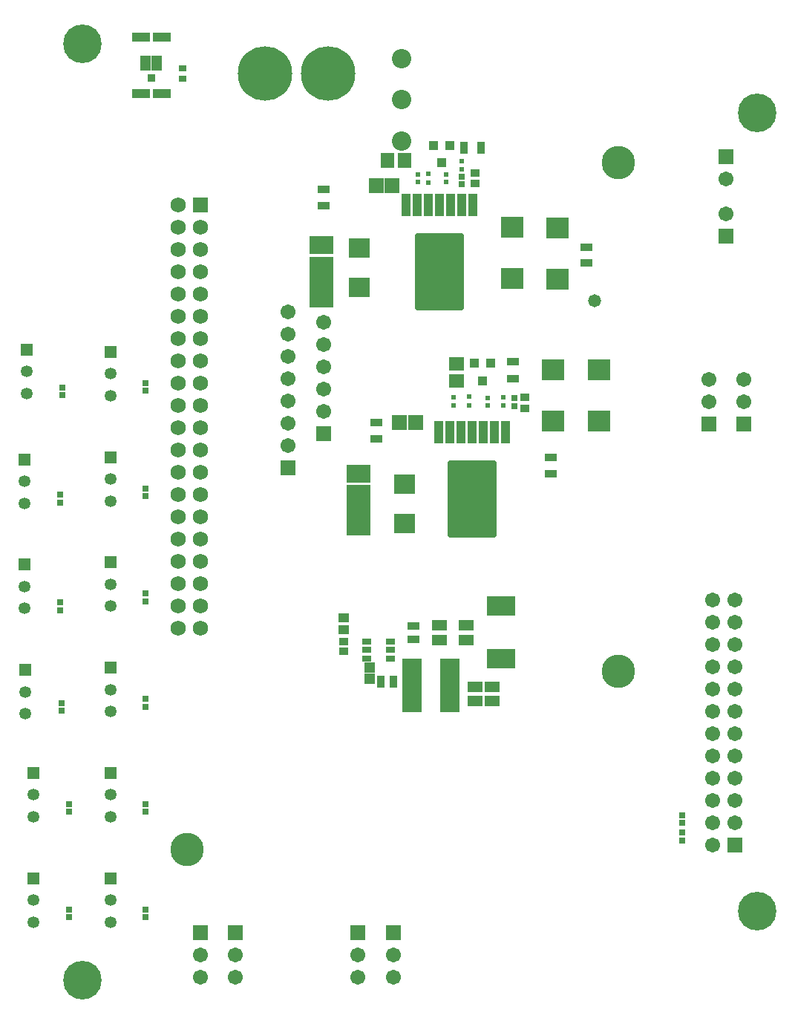
<source format=gts>
G04*
G04 #@! TF.GenerationSoftware,Altium Limited,Altium Designer,21.2.2 (38)*
G04*
G04 Layer_Color=8388736*
%FSLAX25Y25*%
%MOIN*%
G70*
G04*
G04 #@! TF.SameCoordinates,CEF95F07-8C43-49F3-AA8E-E0B24A2A1908*
G04*
G04*
G04 #@! TF.FilePolarity,Negative*
G04*
G01*
G75*
%ADD18R,0.05512X0.03740*%
%ADD20R,0.02362X0.02362*%
%ADD21R,0.02254X0.02237*%
%ADD23R,0.03740X0.05709*%
%ADD24R,0.01860X0.01843*%
%ADD26R,0.11102X0.07953*%
%ADD27R,0.11102X0.22913*%
%ADD32R,0.05709X0.03740*%
G04:AMPARAMS|DCode=41|XSize=43.31mil|YSize=23.62mil|CornerRadius=2.01mil|HoleSize=0mil|Usage=FLASHONLY|Rotation=180.000|XOffset=0mil|YOffset=0mil|HoleType=Round|Shape=RoundedRectangle|*
%AMROUNDEDRECTD41*
21,1,0.04331,0.01961,0,0,180.0*
21,1,0.03929,0.02362,0,0,180.0*
1,1,0.00402,-0.01965,0.00980*
1,1,0.00402,0.01965,0.00980*
1,1,0.00402,0.01965,-0.00980*
1,1,0.00402,-0.01965,-0.00980*
%
%ADD41ROUNDEDRECTD41*%
%ADD42R,0.03394X0.02985*%
%ADD43R,0.05315X0.03740*%
%ADD44R,0.03740X0.05315*%
G04:AMPARAMS|DCode=46|XSize=218.63mil|YSize=344.22mil|CornerRadius=6.11mil|HoleSize=0mil|Usage=FLASHONLY|Rotation=0.000|XOffset=0mil|YOffset=0mil|HoleType=Round|Shape=RoundedRectangle|*
%AMROUNDEDRECTD46*
21,1,0.21863,0.33201,0,0,0.0*
21,1,0.20642,0.34422,0,0,0.0*
1,1,0.01221,0.10321,-0.16600*
1,1,0.01221,-0.10321,-0.16600*
1,1,0.01221,-0.10321,0.16600*
1,1,0.01221,0.10321,0.16600*
%
%ADD46ROUNDEDRECTD46*%
G04:AMPARAMS|DCode=47|XSize=43.04mil|YSize=102.88mil|CornerRadius=5.93mil|HoleSize=0mil|Usage=FLASHONLY|Rotation=0.000|XOffset=0mil|YOffset=0mil|HoleType=Round|Shape=RoundedRectangle|*
%AMROUNDEDRECTD47*
21,1,0.04304,0.09103,0,0,0.0*
21,1,0.03118,0.10288,0,0,0.0*
1,1,0.01185,0.01559,-0.04551*
1,1,0.01185,-0.01559,-0.04551*
1,1,0.01185,-0.01559,0.04551*
1,1,0.01185,0.01559,0.04551*
%
%ADD47ROUNDEDRECTD47*%
%ADD48R,0.10052X0.09461*%
%ADD49R,0.06115X0.06902*%
%ADD50R,0.02965X0.02965*%
%ADD51R,0.03950X0.04343*%
%ADD52R,0.09461X0.08871*%
%ADD53R,0.06706X0.06902*%
%ADD54R,0.04343X0.03753*%
%ADD55R,0.06902X0.06115*%
%ADD56R,0.12611X0.08674*%
%ADD57R,0.08713X0.24422*%
%ADD58R,0.04540X0.03950*%
%ADD59R,0.04147X0.03556*%
%ADD60R,0.04737X0.05131*%
%ADD61R,0.08083X0.04343*%
%ADD62R,0.03753X0.03753*%
%ADD63R,0.04934X0.06509*%
%ADD64R,0.06587X0.04619*%
%ADD65C,0.05315*%
%ADD66R,0.05315X0.05315*%
%ADD67R,0.06706X0.06706*%
%ADD68C,0.06706*%
%ADD69R,0.06800X0.06800*%
%ADD70C,0.06800*%
%ADD71C,0.08674*%
%ADD72C,0.24422*%
%ADD73C,0.14973*%
%ADD74C,0.17323*%
%ADD75C,0.05800*%
D18*
X175591Y257382D02*
D03*
Y264665D02*
D03*
X151811Y361988D02*
D03*
Y369272D02*
D03*
X269921Y343386D02*
D03*
Y336102D02*
D03*
X253937Y241634D02*
D03*
Y248917D02*
D03*
D20*
X199055Y376260D02*
D03*
Y372126D02*
D03*
X217323Y276279D02*
D03*
Y272146D02*
D03*
D21*
X194134Y372413D02*
D03*
Y375973D02*
D03*
X213819Y381878D02*
D03*
Y378318D02*
D03*
X210236Y272342D02*
D03*
Y275903D02*
D03*
X232677Y272342D02*
D03*
Y275903D02*
D03*
D23*
X214902Y387972D02*
D03*
X222579D02*
D03*
D24*
X206929Y375776D02*
D03*
Y372610D02*
D03*
X225590Y272342D02*
D03*
Y275509D02*
D03*
D26*
X150827Y344173D02*
D03*
X167717Y241634D02*
D03*
D27*
X150827Y327638D02*
D03*
X167717Y225098D02*
D03*
D32*
X237008Y291831D02*
D03*
Y284154D02*
D03*
D41*
X171181Y158661D02*
D03*
Y162402D02*
D03*
Y166142D02*
D03*
X181811D02*
D03*
Y162402D02*
D03*
Y158661D02*
D03*
D42*
X88583Y418791D02*
D03*
Y423728D02*
D03*
D43*
X192244Y173228D02*
D03*
Y167323D02*
D03*
D44*
X177480Y148228D02*
D03*
X183386D02*
D03*
D46*
X218504Y230217D02*
D03*
X203976Y332165D02*
D03*
D47*
X203504Y260256D02*
D03*
X208504D02*
D03*
X213504D02*
D03*
X218504D02*
D03*
X223504D02*
D03*
X228504D02*
D03*
X233504D02*
D03*
X188976Y362205D02*
D03*
X193976D02*
D03*
X198976D02*
D03*
X203976D02*
D03*
X208976D02*
D03*
X213976D02*
D03*
X218976D02*
D03*
D48*
X236457Y329213D02*
D03*
Y352244D02*
D03*
X256890Y351772D02*
D03*
Y328740D02*
D03*
X254724Y288287D02*
D03*
Y265256D02*
D03*
X275394Y288287D02*
D03*
Y265256D02*
D03*
D49*
X188130Y382067D02*
D03*
X180453D02*
D03*
D50*
X213819Y371437D02*
D03*
Y374980D02*
D03*
X34342Y138673D02*
D03*
Y135130D02*
D03*
X237402Y275492D02*
D03*
Y271949D02*
D03*
X34449Y276772D02*
D03*
Y280315D02*
D03*
X33465Y228543D02*
D03*
Y232087D02*
D03*
Y180315D02*
D03*
Y183858D02*
D03*
X37402Y42520D02*
D03*
Y46063D02*
D03*
X71850Y278740D02*
D03*
Y282284D02*
D03*
Y231496D02*
D03*
Y235039D02*
D03*
X71850Y187795D02*
D03*
Y184252D02*
D03*
Y140551D02*
D03*
Y137008D02*
D03*
X71850Y89764D02*
D03*
Y93307D02*
D03*
Y42520D02*
D03*
Y46063D02*
D03*
X312992Y84843D02*
D03*
Y88386D02*
D03*
Y76968D02*
D03*
Y80512D02*
D03*
X37402Y89764D02*
D03*
Y93307D02*
D03*
D51*
X204961Y381083D02*
D03*
X201220Y388957D02*
D03*
X208701D02*
D03*
X226969Y291240D02*
D03*
X219488D02*
D03*
X223228Y283366D02*
D03*
D52*
X167756Y325079D02*
D03*
Y342795D02*
D03*
X188189Y236910D02*
D03*
Y219193D02*
D03*
D53*
X175591Y371063D02*
D03*
X182677D02*
D03*
X193110Y264665D02*
D03*
X186024D02*
D03*
D54*
X219724Y376654D02*
D03*
Y371732D02*
D03*
X242126Y271063D02*
D03*
Y275984D02*
D03*
D55*
X211417Y291043D02*
D03*
Y283366D02*
D03*
D56*
X231614Y182087D02*
D03*
Y158465D02*
D03*
D57*
X191654Y146653D02*
D03*
X208583D02*
D03*
D58*
X160748Y171653D02*
D03*
Y176772D02*
D03*
D59*
Y166339D02*
D03*
Y161811D02*
D03*
D60*
X172559Y149409D02*
D03*
Y154527D02*
D03*
D61*
X69823Y412205D02*
D03*
X79075D02*
D03*
X69823Y437402D02*
D03*
X79075D02*
D03*
D62*
X74449Y419095D02*
D03*
D63*
X72047Y425984D02*
D03*
X76850D02*
D03*
D64*
X215866Y167008D02*
D03*
Y173543D02*
D03*
X204055Y167008D02*
D03*
Y173543D02*
D03*
X227677Y139449D02*
D03*
Y145984D02*
D03*
X219803Y139449D02*
D03*
Y145984D02*
D03*
D65*
X18701Y277559D02*
D03*
Y287402D02*
D03*
X17807Y133858D02*
D03*
Y143701D02*
D03*
X17717Y238189D02*
D03*
Y228346D02*
D03*
Y190945D02*
D03*
Y181102D02*
D03*
X21654Y50197D02*
D03*
Y40354D02*
D03*
X56102Y276575D02*
D03*
Y286417D02*
D03*
Y229330D02*
D03*
Y239173D02*
D03*
Y182087D02*
D03*
Y191929D02*
D03*
Y134843D02*
D03*
Y144685D02*
D03*
Y97441D02*
D03*
Y87599D02*
D03*
Y50197D02*
D03*
Y40354D02*
D03*
X21654Y97441D02*
D03*
Y87599D02*
D03*
D66*
X18701Y297244D02*
D03*
X17807Y153543D02*
D03*
X17717Y248031D02*
D03*
Y200787D02*
D03*
X21654Y60039D02*
D03*
X56102Y296260D02*
D03*
Y249016D02*
D03*
Y201772D02*
D03*
Y154528D02*
D03*
Y107283D02*
D03*
Y60039D02*
D03*
X21654Y107283D02*
D03*
D67*
X151969Y259528D02*
D03*
X336614Y74803D02*
D03*
X135827Y244094D02*
D03*
X96457Y35433D02*
D03*
X332677Y348268D02*
D03*
Y384016D02*
D03*
X324803Y263780D02*
D03*
X340551D02*
D03*
X183071Y35433D02*
D03*
X167323D02*
D03*
X112205D02*
D03*
D68*
X151969Y269528D02*
D03*
Y279528D02*
D03*
Y289528D02*
D03*
Y299528D02*
D03*
Y309528D02*
D03*
X326614Y74803D02*
D03*
X336614Y84803D02*
D03*
X326614D02*
D03*
X336614Y94803D02*
D03*
X326614D02*
D03*
X336614Y104803D02*
D03*
X326614D02*
D03*
X336614Y114803D02*
D03*
X326614D02*
D03*
X336614Y124803D02*
D03*
X326614D02*
D03*
X336614Y134803D02*
D03*
X326614D02*
D03*
X336614Y144803D02*
D03*
X326614D02*
D03*
X336614Y154803D02*
D03*
X326614D02*
D03*
X336614Y164803D02*
D03*
X326614D02*
D03*
X336614Y174803D02*
D03*
X326614D02*
D03*
X336614Y184803D02*
D03*
X326614D02*
D03*
X135827Y254095D02*
D03*
Y264094D02*
D03*
Y274095D02*
D03*
Y284095D02*
D03*
Y294094D02*
D03*
Y304095D02*
D03*
Y314094D02*
D03*
X96457Y25433D02*
D03*
Y15433D02*
D03*
X332677Y358268D02*
D03*
Y374016D02*
D03*
X324803Y283780D02*
D03*
Y273780D02*
D03*
X340551D02*
D03*
Y283780D02*
D03*
X183071Y25433D02*
D03*
Y15433D02*
D03*
X167323D02*
D03*
Y25433D02*
D03*
X112205D02*
D03*
Y15433D02*
D03*
D69*
X96457Y362205D02*
D03*
D70*
X86457D02*
D03*
X96457Y352205D02*
D03*
X86457D02*
D03*
X96457Y342205D02*
D03*
X86457D02*
D03*
X96457Y332205D02*
D03*
X86457D02*
D03*
X96457Y322205D02*
D03*
X86457D02*
D03*
X96457Y312205D02*
D03*
X86457D02*
D03*
X96457Y302205D02*
D03*
X86457D02*
D03*
X96457Y292205D02*
D03*
X86457D02*
D03*
X96457Y282205D02*
D03*
X86457D02*
D03*
X96457Y272205D02*
D03*
X86457D02*
D03*
X96457Y262205D02*
D03*
X86457D02*
D03*
X96457Y252205D02*
D03*
X86457D02*
D03*
X96457Y242205D02*
D03*
X86457D02*
D03*
X96457Y232205D02*
D03*
X86457D02*
D03*
X96457Y222205D02*
D03*
X86457D02*
D03*
X96457Y212205D02*
D03*
X86457D02*
D03*
X96457Y202205D02*
D03*
X86457D02*
D03*
X96457Y192205D02*
D03*
X86457D02*
D03*
X96457Y182205D02*
D03*
X86457D02*
D03*
X96457Y172205D02*
D03*
X86457D02*
D03*
D71*
X187008Y427953D02*
D03*
Y409449D02*
D03*
Y390945D02*
D03*
D72*
X125669Y421260D02*
D03*
X153858D02*
D03*
D73*
X90551Y72835D02*
D03*
X284347Y153020D02*
D03*
Y381366D02*
D03*
D74*
X346457Y403543D02*
D03*
Y45276D02*
D03*
X43701Y434646D02*
D03*
Y14173D02*
D03*
D75*
X273622Y319213D02*
D03*
M02*

</source>
